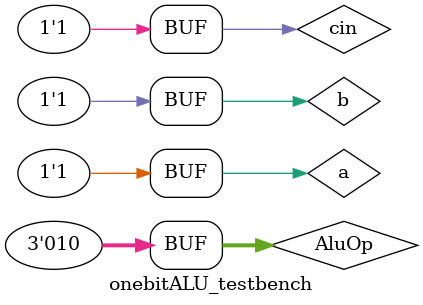
<source format=v>
`define DELAY 20

module onebitALU_testbench();


reg a, b, cin;
reg [2:0] AluOp;
wire cout, R;

onebitALU myAlu(a, b, AluOp, cin, R, cout);


initial begin

a = 1'b0; b = 1'b0; cin = 1'b1;
AluOp[0] = 1'b0; AluOp[1] = 1'b1;
AluOp[2] = 1'b0;
#`DELAY;

a = 1'b0; b = 1'b1; cin = 1'b0;
AluOp[0] = 1'b0; AluOp[1] = 1'b1;
AluOp[2] = 1'b0;
#`DELAY;


a = 1'b1; b = 1'b0; cin = 1'b1;
AluOp[0] = 1'b0; AluOp[1] = 1'b1;
AluOp[2] = 1'b0;
#`DELAY;


a = 1'b1; b = 1'b1; cin = 1'b0;
AluOp[0] = 1'b0; AluOp[1] = 1'b1;
AluOp[2] = 1'b0;
#`DELAY;


a = 1'b1; b = 1'b1; cin = 1'b1;
AluOp[0] = 1'b0; AluOp[1] = 1'b1;
AluOp[2] = 1'b0;
#`DELAY;

end


initial begin
	$monitor("time = %2d, a =%1b, b=%1b, cin =%1b, Op0=%1b,, Op1=%1b, Op2=%1b cout=%1b,  R=%1b ", $time, a, b, cin, AluOp[0], AluOp[1], AluOp[2], cout, R);
end

endmodule
</source>
